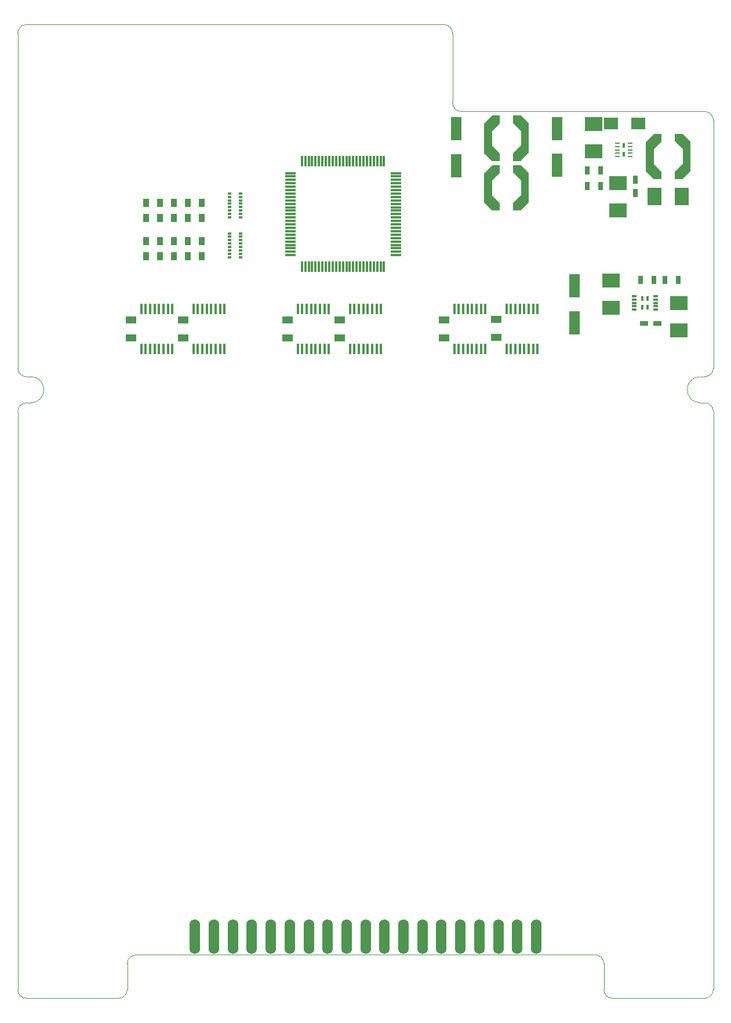
<source format=gtp>
G04 #@! TF.FileFunction,Paste,Top*
%FSLAX46Y46*%
G04 Gerber Fmt 4.6, Leading zero omitted, Abs format (unit mm)*
G04 Created by KiCad (PCBNEW 4.0.7) date Monday, June 18, 2018 'PMt' 04:21:03 PM*
%MOMM*%
%LPD*%
G01*
G04 APERTURE LIST*
%ADD10C,0.020000*%
%ADD11C,0.100000*%
%ADD12O,1.524000X5.080000*%
%ADD13R,2.500000X2.000000*%
%ADD14R,0.750000X1.200000*%
%ADD15R,2.000000X2.500000*%
%ADD16R,1.200000X0.750000*%
%ADD17R,0.900000X1.200000*%
%ADD18R,0.450000X1.500000*%
%ADD19R,1.500000X0.300000*%
%ADD20R,0.300000X1.500000*%
%ADD21R,0.650000X0.300000*%
%ADD22R,0.465000X0.744000*%
%ADD23R,0.600000X0.350000*%
%ADD24R,2.000000X1.700000*%
%ADD25R,0.700000X0.250000*%
%ADD26R,0.384000X0.720000*%
%ADD27R,0.700000X1.300000*%
%ADD28R,1.600000X3.500000*%
%ADD29R,1.600000X1.000000*%
G04 APERTURE END LIST*
D10*
D11*
X36068000Y-88900000D02*
X49530000Y-88900000D01*
X34798000Y-83820000D02*
X34798000Y-87630000D01*
X-33528000Y-82550000D02*
X33528000Y-82550000D01*
X-34798000Y-83820000D02*
X-34798000Y-87630000D01*
X34798000Y-83820000D02*
G75*
G03X33528000Y-82550000I-1270000J0D01*
G01*
X34798000Y-87630000D02*
G75*
G03X36068000Y-88900000I1270000J0D01*
G01*
X-33530217Y-82550002D02*
G75*
G03X-34798000Y-83820000I2217J-1269998D01*
G01*
X-34798000Y-87630000D02*
G75*
G02X-36068000Y-88900000I-1270000J0D01*
G01*
X-50800000Y-3175000D02*
G75*
G02X-49530000Y-1905000I1270000J0D01*
G01*
X-49530000Y-1905000D02*
X-48895000Y-1905000D01*
X-48895000Y1905000D02*
G75*
G02X-48895000Y-1905000I0J-1905000D01*
G01*
X-48895000Y1905000D02*
X-49530000Y1905000D01*
X-49530000Y1905000D02*
G75*
G02X-50800000Y3175000I0J1270000D01*
G01*
X-50800000Y52070000D02*
X-50800000Y3175000D01*
X-50800000Y52070000D02*
G75*
G02X-49530000Y53340000I1270000J0D01*
G01*
X11430000Y53340000D02*
X-49530000Y53340000D01*
X11430000Y53340000D02*
G75*
G02X12700000Y52070000I0J-1270000D01*
G01*
X12700000Y52070000D02*
X12700000Y41910000D01*
X13970000Y40640000D02*
G75*
G02X12700000Y41910000I0J1270000D01*
G01*
X13970000Y40640000D02*
X49530000Y40640000D01*
X49530000Y40640000D02*
G75*
G02X50800000Y39370000I0J-1270000D01*
G01*
X50800000Y3175000D02*
X50800000Y39370000D01*
X50800000Y3175000D02*
G75*
G02X49530000Y1905000I-1270000J0D01*
G01*
X48895000Y1905000D02*
X49530000Y1905000D01*
X48895000Y-1905000D02*
G75*
G02X48895000Y1905000I0J1905000D01*
G01*
X49530000Y-1905000D02*
X48895000Y-1905000D01*
X49530000Y-1905000D02*
G75*
G02X50800000Y-3175000I0J-1270000D01*
G01*
X50800000Y-87630000D02*
X50800000Y-3175000D01*
X50800000Y-87630000D02*
G75*
G02X49530000Y-88900000I-1270000J0D01*
G01*
X-49530000Y-88900000D02*
X-36068000Y-88900000D01*
X-49530000Y-88900000D02*
G75*
G02X-50800000Y-87630000I0J1270000D01*
G01*
X-50800000Y-3175000D02*
X-50800000Y-87630000D01*
D12*
X24917400Y-79865198D03*
X22148800Y-79865198D03*
X19380200Y-79865198D03*
X16611600Y-79865198D03*
X13843000Y-79865198D03*
X11074400Y-79865198D03*
X8305800Y-79865198D03*
X5537200Y-79865198D03*
X2768600Y-79865198D03*
X0Y-79865198D03*
X-2768600Y-79865198D03*
X-5537200Y-79865198D03*
X-8305800Y-79865198D03*
X-11074400Y-79865198D03*
X-13843000Y-79865198D03*
X-16611600Y-79865198D03*
X-19380200Y-79865198D03*
X-22148800Y-79865198D03*
X-24917400Y-79865198D03*
D10*
G36*
X42083500Y30736000D02*
X40908500Y31911000D01*
X40908500Y36161000D01*
X42083500Y37336000D01*
X42083500Y30736000D01*
X42083500Y30736000D01*
G37*
G36*
X43208500Y30723500D02*
X42083500Y30723500D01*
X42083500Y31848500D01*
X43208500Y31848500D01*
X43208500Y30723500D01*
X43208500Y30723500D01*
G37*
G36*
X43208500Y36223500D02*
X42083500Y36223500D01*
X42083500Y37348500D01*
X43208500Y37348500D01*
X43208500Y36223500D01*
X43208500Y36223500D01*
G37*
G36*
X42083500Y32960500D02*
X43208500Y31836500D01*
X43208500Y31835500D01*
X42083500Y30711500D01*
X42083500Y32960500D01*
X42083500Y32960500D01*
G37*
G36*
X42083500Y37360500D02*
X43208500Y36236500D01*
X43208500Y36235500D01*
X42083500Y35111500D01*
X42083500Y37360500D01*
X42083500Y37360500D01*
G37*
G36*
X46309101Y37352373D02*
X47484101Y36177373D01*
X47484101Y31927373D01*
X46309101Y30752373D01*
X46309101Y37352373D01*
X46309101Y37352373D01*
G37*
G36*
X45184101Y37364873D02*
X46309101Y37364873D01*
X46309101Y36239873D01*
X45184101Y36239873D01*
X45184101Y37364873D01*
X45184101Y37364873D01*
G37*
G36*
X46309101Y35127873D02*
X45184101Y36251873D01*
X45184101Y36252873D01*
X46309101Y37376873D01*
X46309101Y35127873D01*
X46309101Y35127873D01*
G37*
G36*
X45184101Y31864873D02*
X46309101Y31864873D01*
X46309101Y30739873D01*
X45184101Y30739873D01*
X45184101Y31864873D01*
X45184101Y31864873D01*
G37*
G36*
X46309101Y30727873D02*
X45184101Y31851873D01*
X45184101Y31852873D01*
X46309101Y32976873D01*
X46309101Y30727873D01*
X46309101Y30727873D01*
G37*
D13*
X33274000Y34830000D03*
X33274000Y38830000D03*
X36830000Y30194000D03*
X36830000Y26194000D03*
D14*
X39370000Y30668000D03*
X39370000Y28768000D03*
D15*
X46196000Y28194000D03*
X42196000Y28194000D03*
D13*
X35814000Y11970000D03*
X35814000Y15970000D03*
D16*
X42606000Y9652000D03*
X40706000Y9652000D03*
D13*
X45720000Y12668000D03*
X45720000Y8668000D03*
D17*
X-32058926Y27272670D03*
X-32058926Y25072670D03*
X-30020164Y27272670D03*
X-30020164Y25072670D03*
X-27994926Y27272670D03*
X-27994926Y25072670D03*
X-25962926Y27272670D03*
X-25962926Y25072670D03*
X-23930926Y27272670D03*
X-23930926Y25072670D03*
X-32058926Y21684670D03*
X-32058926Y19484670D03*
X-30026926Y21684670D03*
X-30026926Y19484670D03*
X-27988164Y21684670D03*
X-27988164Y19484670D03*
X-25962926Y21684670D03*
X-25962926Y19484670D03*
X-23930926Y21684670D03*
X-23930926Y19484670D03*
D18*
X-28205000Y11840000D03*
X-28855000Y11840000D03*
X-29505000Y11840000D03*
X-30155000Y11840000D03*
X-30805000Y11840000D03*
X-31455000Y11840000D03*
X-32105000Y11840000D03*
X-32755000Y11840000D03*
X-32755000Y5940000D03*
X-32105000Y5940000D03*
X-31455000Y5940000D03*
X-30805000Y5940000D03*
X-30155000Y5940000D03*
X-29505000Y5940000D03*
X-28855000Y5940000D03*
X-28205000Y5940000D03*
D19*
X4398000Y19654000D03*
X4398000Y20154000D03*
X4398000Y20654000D03*
X4398000Y21154000D03*
X4398000Y21654000D03*
X4398000Y22154000D03*
X4398000Y22654000D03*
X4398000Y23154000D03*
X4398000Y23654000D03*
X4398000Y24154000D03*
X4398000Y24654000D03*
X4398000Y25154000D03*
X4398000Y25654000D03*
X4398000Y26154000D03*
X4398000Y26654000D03*
X4398000Y27154000D03*
X4398000Y27654000D03*
X4398000Y28154000D03*
X4398000Y28654000D03*
X4398000Y29154000D03*
X4398000Y29654000D03*
X4398000Y30154000D03*
X4398000Y30654000D03*
X4398000Y31154000D03*
X4398000Y31654000D03*
D20*
X2698000Y33354000D03*
X2198000Y33354000D03*
X1698000Y33354000D03*
X1198000Y33354000D03*
X698000Y33354000D03*
X198000Y33354000D03*
X-302000Y33354000D03*
X-802000Y33354000D03*
X-1302000Y33354000D03*
X-1802000Y33354000D03*
X-2302000Y33354000D03*
X-2802000Y33354000D03*
X-3302000Y33354000D03*
X-3802000Y33354000D03*
X-4302000Y33354000D03*
X-4802000Y33354000D03*
X-5302000Y33354000D03*
X-5802000Y33354000D03*
X-6302000Y33354000D03*
X-6802000Y33354000D03*
X-7302000Y33354000D03*
X-7802000Y33354000D03*
X-8302000Y33354000D03*
X-8802000Y33354000D03*
X-9302000Y33354000D03*
D19*
X-11002000Y31654000D03*
X-11002000Y31154000D03*
X-11002000Y30654000D03*
X-11002000Y30154000D03*
X-11002000Y29654000D03*
X-11002000Y29154000D03*
X-11002000Y28654000D03*
X-11002000Y28154000D03*
X-11002000Y27654000D03*
X-11002000Y27154000D03*
X-11002000Y26654000D03*
X-11002000Y26154000D03*
X-11002000Y25654000D03*
X-11002000Y25154000D03*
X-11002000Y24654000D03*
X-11002000Y24154000D03*
X-11002000Y23654000D03*
X-11002000Y23154000D03*
X-11002000Y22654000D03*
X-11002000Y22154000D03*
X-11002000Y21654000D03*
X-11002000Y21154000D03*
X-11002000Y20654000D03*
X-11002000Y20154000D03*
X-11002000Y19654000D03*
D20*
X-9302000Y17954000D03*
X-8802000Y17954000D03*
X-8302000Y17954000D03*
X-7802000Y17954000D03*
X-7302000Y17954000D03*
X-6802000Y17954000D03*
X-6302000Y17954000D03*
X-5802000Y17954000D03*
X-5302000Y17954000D03*
X-4802000Y17954000D03*
X-4302000Y17954000D03*
X-3802000Y17954000D03*
X-3302000Y17954000D03*
X-2802000Y17954000D03*
X-2302000Y17954000D03*
X-1802000Y17954000D03*
X-1302000Y17954000D03*
X-802000Y17954000D03*
X-302000Y17954000D03*
X198000Y17954000D03*
X698000Y17954000D03*
X1198000Y17954000D03*
X1698000Y17954000D03*
X2198000Y17954000D03*
X2698000Y17954000D03*
D18*
X-20585000Y11840000D03*
X-21235000Y11840000D03*
X-21885000Y11840000D03*
X-22535000Y11840000D03*
X-23185000Y11840000D03*
X-23835000Y11840000D03*
X-24485000Y11840000D03*
X-25135000Y11840000D03*
X-25135000Y5940000D03*
X-24485000Y5940000D03*
X-23835000Y5940000D03*
X-23185000Y5940000D03*
X-22535000Y5940000D03*
X-21885000Y5940000D03*
X-21235000Y5940000D03*
X-20585000Y5940000D03*
X-5345000Y11840000D03*
X-5995000Y11840000D03*
X-6645000Y11840000D03*
X-7295000Y11840000D03*
X-7945000Y11840000D03*
X-8595000Y11840000D03*
X-9245000Y11840000D03*
X-9895000Y11840000D03*
X-9895000Y5940000D03*
X-9245000Y5940000D03*
X-8595000Y5940000D03*
X-7945000Y5940000D03*
X-7295000Y5940000D03*
X-6645000Y5940000D03*
X-5995000Y5940000D03*
X-5345000Y5940000D03*
D21*
X39223500Y13684000D03*
X39223500Y13184000D03*
X39223500Y12684000D03*
X39223500Y12184000D03*
X39223500Y11684000D03*
X42323500Y11684000D03*
X42323500Y12184000D03*
X42323500Y12684000D03*
X42323500Y13184000D03*
X42323500Y13684000D03*
D22*
X41161000Y12064000D03*
X41161000Y13304000D03*
X40386000Y12064000D03*
X40386000Y13304000D03*
D23*
X-19888079Y25174000D03*
X-18288079Y25174000D03*
X-19888079Y25674000D03*
X-18288079Y25674000D03*
X-19888079Y26174000D03*
X-18288079Y26174000D03*
X-19888079Y26674000D03*
X-18288079Y26674000D03*
X-19888079Y27174000D03*
X-18288079Y27174000D03*
X-19888079Y27674000D03*
X-18288079Y27674000D03*
X-19888079Y28174000D03*
X-18288079Y28174000D03*
X-19888079Y28674000D03*
X-18288079Y28674000D03*
X-19888000Y19344000D03*
X-18288000Y19344000D03*
X-19888000Y19844000D03*
X-18288000Y19844000D03*
X-19888000Y20344000D03*
X-18288000Y20344000D03*
X-19888000Y20844000D03*
X-18288000Y20844000D03*
X-19888000Y21344000D03*
X-18288000Y21344000D03*
X-19888000Y21844000D03*
X-18288000Y21844000D03*
X-19888000Y22344000D03*
X-18288000Y22344000D03*
X-19888000Y22844000D03*
X-18288000Y22844000D03*
D24*
X39846000Y38862000D03*
X35846000Y38862000D03*
D25*
X36758000Y36036000D03*
X36758000Y35536000D03*
X36758000Y35036000D03*
X36758000Y34536000D03*
X36758000Y34036000D03*
X38608000Y34036000D03*
X38608000Y34536000D03*
X38608000Y35036000D03*
X38608000Y35536000D03*
X38608000Y36036000D03*
D26*
X37683000Y34436000D03*
X37683000Y35636000D03*
D27*
X34290000Y32004000D03*
X32390000Y32004000D03*
X32390000Y29718000D03*
X34290000Y29718000D03*
X43754000Y16002000D03*
X45654000Y16002000D03*
X40198000Y16002000D03*
X42098000Y16002000D03*
D18*
X2275000Y11840000D03*
X1625000Y11840000D03*
X975000Y11840000D03*
X325000Y11840000D03*
X-325000Y11840000D03*
X-975000Y11840000D03*
X-1625000Y11840000D03*
X-2275000Y11840000D03*
X-2275000Y5940000D03*
X-1625000Y5940000D03*
X-975000Y5940000D03*
X-325000Y5940000D03*
X325000Y5940000D03*
X975000Y5940000D03*
X1625000Y5940000D03*
X2275000Y5940000D03*
X17515000Y11840000D03*
X16865000Y11840000D03*
X16215000Y11840000D03*
X15565000Y11840000D03*
X14915000Y11840000D03*
X14265000Y11840000D03*
X13615000Y11840000D03*
X12965000Y11840000D03*
X12965000Y5940000D03*
X13615000Y5940000D03*
X14265000Y5940000D03*
X14915000Y5940000D03*
X15565000Y5940000D03*
X16215000Y5940000D03*
X16865000Y5940000D03*
X17515000Y5940000D03*
X25135000Y11840000D03*
X24485000Y11840000D03*
X23835000Y11840000D03*
X23185000Y11840000D03*
X22535000Y11840000D03*
X21885000Y11840000D03*
X21235000Y11840000D03*
X20585000Y11840000D03*
X20585000Y5940000D03*
X21235000Y5940000D03*
X21885000Y5940000D03*
X22535000Y5940000D03*
X23185000Y5940000D03*
X23835000Y5940000D03*
X24485000Y5940000D03*
X25135000Y5940000D03*
D10*
G36*
X18461500Y26164000D02*
X17286500Y27339000D01*
X17286500Y31589000D01*
X18461500Y32764000D01*
X18461500Y26164000D01*
X18461500Y26164000D01*
G37*
G36*
X19586500Y26151500D02*
X18461500Y26151500D01*
X18461500Y27276500D01*
X19586500Y27276500D01*
X19586500Y26151500D01*
X19586500Y26151500D01*
G37*
G36*
X19586500Y31651500D02*
X18461500Y31651500D01*
X18461500Y32776500D01*
X19586500Y32776500D01*
X19586500Y31651500D01*
X19586500Y31651500D01*
G37*
G36*
X18461500Y28388500D02*
X19586500Y27264500D01*
X19586500Y27263500D01*
X18461500Y26139500D01*
X18461500Y28388500D01*
X18461500Y28388500D01*
G37*
G36*
X18461500Y32788500D02*
X19586500Y31664500D01*
X19586500Y31663500D01*
X18461500Y30539500D01*
X18461500Y32788500D01*
X18461500Y32788500D01*
G37*
G36*
X22687101Y32780373D02*
X23862101Y31605373D01*
X23862101Y27355373D01*
X22687101Y26180373D01*
X22687101Y32780373D01*
X22687101Y32780373D01*
G37*
G36*
X21562101Y32792873D02*
X22687101Y32792873D01*
X22687101Y31667873D01*
X21562101Y31667873D01*
X21562101Y32792873D01*
X21562101Y32792873D01*
G37*
G36*
X22687101Y30555873D02*
X21562101Y31679873D01*
X21562101Y31680873D01*
X22687101Y32804873D01*
X22687101Y30555873D01*
X22687101Y30555873D01*
G37*
G36*
X21562101Y27292873D02*
X22687101Y27292873D01*
X22687101Y26167873D01*
X21562101Y26167873D01*
X21562101Y27292873D01*
X21562101Y27292873D01*
G37*
G36*
X22687101Y26155873D02*
X21562101Y27279873D01*
X21562101Y27280873D01*
X22687101Y28404873D01*
X22687101Y26155873D01*
X22687101Y26155873D01*
G37*
G36*
X18461500Y33427627D02*
X17286500Y34602627D01*
X17286500Y38852627D01*
X18461500Y40027627D01*
X18461500Y33427627D01*
X18461500Y33427627D01*
G37*
G36*
X19586500Y33415127D02*
X18461500Y33415127D01*
X18461500Y34540127D01*
X19586500Y34540127D01*
X19586500Y33415127D01*
X19586500Y33415127D01*
G37*
G36*
X19586500Y38915127D02*
X18461500Y38915127D01*
X18461500Y40040127D01*
X19586500Y40040127D01*
X19586500Y38915127D01*
X19586500Y38915127D01*
G37*
G36*
X18461500Y35652127D02*
X19586500Y34528127D01*
X19586500Y34527127D01*
X18461500Y33403127D01*
X18461500Y35652127D01*
X18461500Y35652127D01*
G37*
G36*
X18461500Y40052127D02*
X19586500Y38928127D01*
X19586500Y38927127D01*
X18461500Y37803127D01*
X18461500Y40052127D01*
X18461500Y40052127D01*
G37*
G36*
X22687101Y40044000D02*
X23862101Y38869000D01*
X23862101Y34619000D01*
X22687101Y33444000D01*
X22687101Y40044000D01*
X22687101Y40044000D01*
G37*
G36*
X21562101Y40056500D02*
X22687101Y40056500D01*
X22687101Y38931500D01*
X21562101Y38931500D01*
X21562101Y40056500D01*
X21562101Y40056500D01*
G37*
G36*
X22687101Y37819500D02*
X21562101Y38943500D01*
X21562101Y38944500D01*
X22687101Y40068500D01*
X22687101Y37819500D01*
X22687101Y37819500D01*
G37*
G36*
X21562101Y34556500D02*
X22687101Y34556500D01*
X22687101Y33431500D01*
X21562101Y33431500D01*
X21562101Y34556500D01*
X21562101Y34556500D01*
G37*
G36*
X22687101Y33419500D02*
X21562101Y34543500D01*
X21562101Y34544500D01*
X22687101Y35668500D01*
X22687101Y33419500D01*
X22687101Y33419500D01*
G37*
D28*
X13208000Y32700000D03*
X13208000Y38100000D03*
X30480000Y9746000D03*
X30480000Y15146000D03*
X27940000Y32766000D03*
X27940000Y38166000D03*
D29*
X19050000Y7656000D03*
X19050000Y10256000D03*
X11430000Y7590000D03*
X11430000Y10190000D03*
X-3810000Y7590000D03*
X-3810000Y10190000D03*
X-11430000Y7590000D03*
X-11430000Y10190000D03*
X-26670000Y7590000D03*
X-26670000Y10190000D03*
X-34290000Y7590000D03*
X-34290000Y10190000D03*
M02*

</source>
